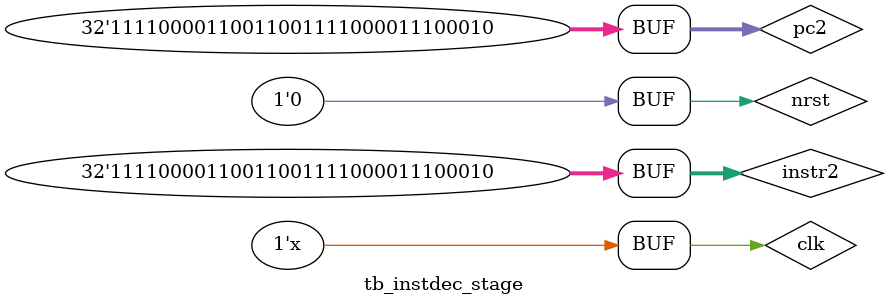
<source format=sv>
module tb_instdec_stage;
reg clk, nrst; // input signl
reg  [31:0] instr2;  // input from frontend stage (inst mem)
reg  [31:0] pc2;		  // input from frontend stage (pc)

wire we3 , fn3 , bneq3 , btype3; // control signals
wire [4:0] rs1, rs2;		  // op registers addresses
wire [4:0] rd3;  		  // dest address
wire [4:0] shamt;		  // shift amount I_imm
wire [31:0] I_imm3;		  // I_immediate
wire [31:0] B_imm3;		  // B_immediate
wire [1:0] B_SEL3;	 
wire [3:0] alu_fn3;
wire [31:0] pc3;
wire [1:0] pcselect3;
// instantiate device under test
 instdec_stage dut(.clk(clk), .nrst(nrst), .instr2(instr2), .pc2(pc2), .we3(we3), .fn3(fn3), .bneq3(bneq3), .btype3(btype3), .rs1(rs1), .rs2(rs2), .rd3(rd3) , .shamt(shamt) , .I_imm3(I_imm3) , .B_imm3(B_imm3) , .B_SEL3(B_SEL3) , .alu_fn3(alu_fn3) , .pc3(pc3) , .pcselect3(pcselect3)  );

// generate clock
initial begin 
    clk =0; 
 end 
 always
 #10 clk = ~clk;

 initial begin 
 nrst = 1;
	#50 instr2 <= 32'h F0CCF0E2;        //rs1=11001, rs2=01100, rd3=00001, shamt= 01100
        pc2 <= 32'h F0CCF0E2;
 nrst = 0;
	#50 instr2 <= 32'h F0CCF0E2;       
        pc2 <= 32'h F0CCF0E2;
     end 
  
 
endmodule

</source>
